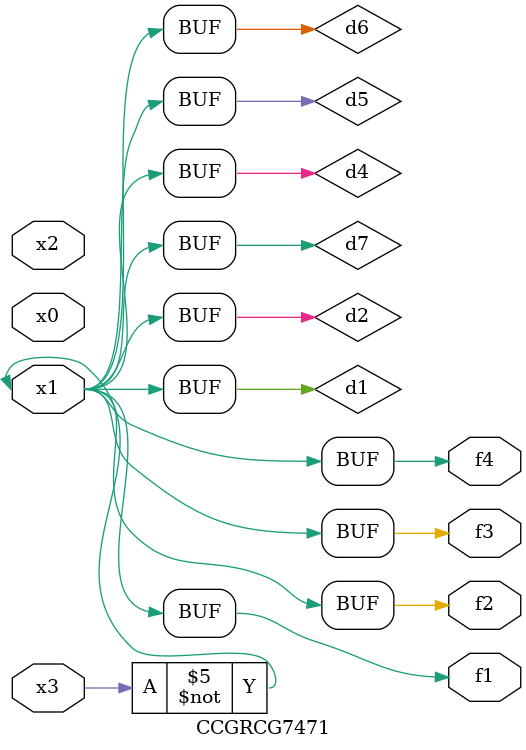
<source format=v>
module CCGRCG7471(
	input x0, x1, x2, x3,
	output f1, f2, f3, f4
);

	wire d1, d2, d3, d4, d5, d6, d7;

	not (d1, x3);
	buf (d2, x1);
	xnor (d3, d1, d2);
	nor (d4, d1);
	buf (d5, d1, d2);
	buf (d6, d4, d5);
	nand (d7, d4);
	assign f1 = d6;
	assign f2 = d7;
	assign f3 = d6;
	assign f4 = d6;
endmodule

</source>
